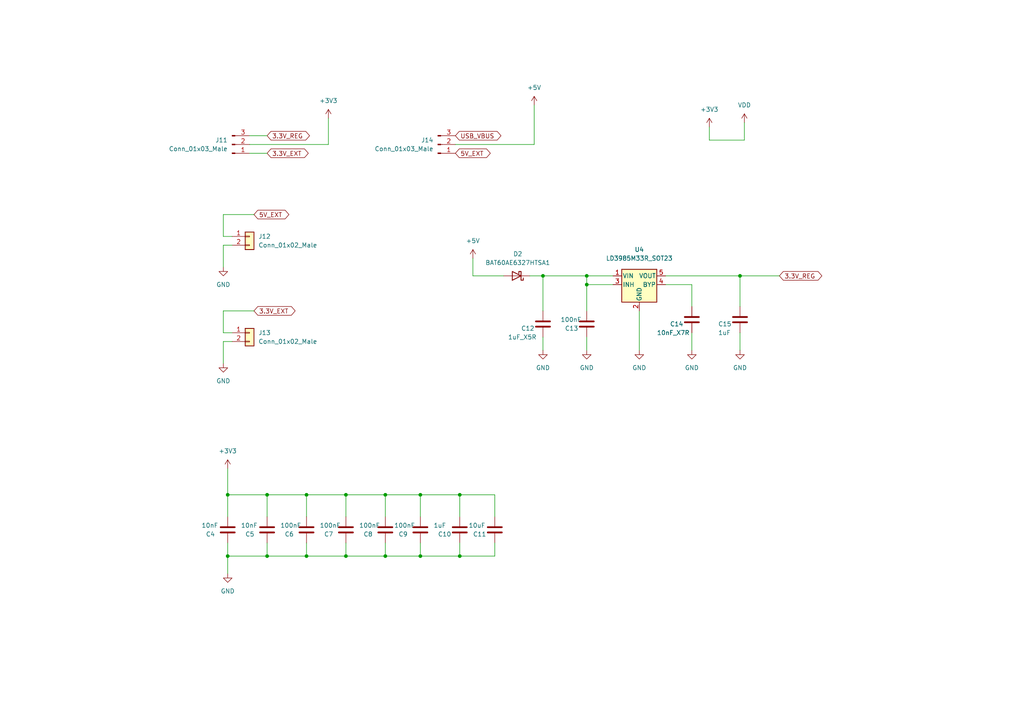
<source format=kicad_sch>
(kicad_sch (version 20230121) (generator eeschema)
  (paper "A4")
  (title_block (title "Crane V2.0 Rev A"))
  (lib_symbols
    (symbol "Connector:Conn_01x03_Male" (pin_names (offset 1.016) hide)
      (property "Reference" "J" (at 0 5.08 0))
      (property "Value" "Conn_01x03_Male" (at 0 -5.08 0))
      (symbol "Conn_01x03_Male_1_1"
        (polyline (pts (xy 1.27 -2.54) (xy 0.8636 -2.54)) (stroke (width 0.1524)))
        (polyline (pts (xy 1.27 0) (xy 0.8636 0)) (stroke (width 0.1524)))
        (polyline (pts (xy 1.27 2.54) (xy 0.8636 2.54)) (stroke (width 0.1524)))
        (rectangle (start 0.8636 -2.413) (end 0 -2.667) (stroke (width 0.1524)) (fill (type outline)))
        (rectangle (start 0.8636 0.127) (end 0 -0.127) (stroke (width 0.1524)) (fill (type outline)))
        (rectangle (start 0.8636 2.667) (end 0 2.413) (stroke (width 0.1524)) (fill (type outline)))
        (pin passive line (at 5.08 2.54 180) (length 3.81) (name "Pin_1") (number "1"))
        (pin passive line (at 5.08 0 180) (length 3.81) (name "Pin_2") (number "2"))
        (pin passive line (at 5.08 -2.54 180) (length 3.81) (name "Pin_3") (number "3"))
      )
    )
    (symbol "Connector_Generic:Conn_01x02" (pin_names (offset 1.016) hide)
      (property "Reference" "J" (at 0 2.54 0))
      (property "Value" "Conn_01x02" (at 0 -5.08 0))
      (symbol "Conn_01x02_1_1"
        (rectangle (start -1.27 -2.413) (end 0 -2.667) (stroke (width 0.1524)))
        (rectangle (start -1.27 0.127) (end 0 -0.127) (stroke (width 0.1524)))
        (rectangle (start -1.27 1.27) (end 1.27 -3.81) (stroke (width 0.254)) (fill (type background)))
        (pin passive line (at -5.08 0 0) (length 3.81) (name "Pin_1") (number "1"))
        (pin passive line (at -5.08 -2.54 0) (length 3.81) (name "Pin_2") (number "2"))
      )
    )
    (symbol "Device:C" (pin_numbers hide) (pin_names (offset 0.254))
      (property "Reference" "C" (at 0.635 2.54 0))
      (property "Value" "C" (at 0.635 -2.54 0))
      (symbol "C_0_1"
        (polyline (pts (xy -2.032 -0.762) (xy 2.032 -0.762)) (stroke (width 0.508)))
        (polyline (pts (xy -2.032 0.762) (xy 2.032 0.762)) (stroke (width 0.508)))
      )
      (symbol "C_1_1"
        (pin passive line (at 0 3.81 270) (length 2.794) (name "~") (number "1"))
        (pin passive line (at 0 -3.81 90) (length 2.794) (name "~") (number "2"))
      )
    )
    (symbol "Diode:BAT60A" (pin_numbers hide) (pin_names (offset 1.016) hide)
      (property "Reference" "D" (at 0 2.54 0))
      (property "Value" "BAT60A" (at 0 -2.54 0))
      (symbol "BAT60A_0_1"
        (polyline (pts (xy 1.27 0) (xy -1.27 0)))
        (polyline (pts (xy 1.27 1.27) (xy 1.27 -1.27) (xy -1.27 0) (xy 1.27 1.27)) (stroke (width 0.254)))
        (polyline (pts (xy -1.905 0.635) (xy -1.905 1.27) (xy -1.27 1.27) (xy -1.27 -1.27) (xy -0.635 -1.27) (xy -0.635 -0.635)) (stroke (width 0.254)))
      )
      (symbol "BAT60A_1_1"
        (pin passive line (at -3.81 0 0) (length 2.54) (name "K") (number "1"))
        (pin passive line (at 3.81 0 180) (length 2.54) (name "A") (number "2"))
      )
    )
    (symbol "Regulator_Linear:LD3985M33R_SOT23" (pin_names (offset 0.254))
      (property "Reference" "U" (at -3.81 5.715 0))
      (property "Value" "LD3985M33R_SOT23" (at 0 5.715 0))
      (symbol "LD3985M33R_SOT23_0_1"
        (rectangle (start -5.08 4.445) (end 5.08 -5.08) (stroke (width 0.254)) (fill (type background)))
      )
      (symbol "LD3985M33R_SOT23_1_1"
        (pin power_in line (at -7.62 2.54 0) (length 2.54) (name "VIN") (number "1"))
        (pin power_in line (at 0 -7.62 90) (length 2.54) (name "GND") (number "2"))
        (pin input line (at -7.62 0 0) (length 2.54) (name "INH") (number "3"))
        (pin input line (at 7.62 0 180) (length 2.54) (name "BYP") (number "4"))
        (pin power_out line (at 7.62 2.54 180) (length 2.54) (name "VOUT") (number "5"))
      )
    )
    (symbol "power:+3.3V" (power) (pin_names (offset 0))
      (property "Value" "+3.3V" (at 0 3.556 0))
      (symbol "+3.3V_0_1"
        (polyline (pts (xy -0.762 1.27) (xy 0 2.54)))
        (polyline (pts (xy 0 0) (xy 0 2.54)))
        (polyline (pts (xy 0 2.54) (xy 0.762 1.27)))
      )
      (symbol "+3.3V_1_1"
        (pin power_in line (at 0 0 90) (length 0) hide (name "+3V3") (number "1"))
      )
    )
    (symbol "power:+5V" (power) (pin_names (offset 0))
      (property "Value" "+5V" (at 0 3.556 0))
      (symbol "+5V_0_1"
        (polyline (pts (xy -0.762 1.27) (xy 0 2.54)))
        (polyline (pts (xy 0 0) (xy 0 2.54)))
        (polyline (pts (xy 0 2.54) (xy 0.762 1.27)))
      )
      (symbol "+5V_1_1"
        (pin power_in line (at 0 0 90) (length 0) hide (name "+5V") (number "1"))
      )
    )
    (symbol "power:GND" (power) (pin_names (offset 0))
      (property "Value" "GND" (at 0 -3.81 0))
      (symbol "GND_0_1"
        (polyline (pts (xy 0 0) (xy 0 -1.27) (xy 1.27 -1.27) (xy 0 -2.54) (xy -1.27 -1.27) (xy 0 -1.27)))
      )
      (symbol "GND_1_1"
        (pin power_in line (at 0 0 270) (length 0) hide (name "GND") (number "1"))
      )
    )
    (symbol "power:VDD" (power) (pin_names (offset 0))
      (property "Value" "VDD" (at 0 3.81 0))
      (symbol "VDD_0_1"
        (polyline (pts (xy -0.762 1.27) (xy 0 2.54)))
        (polyline (pts (xy 0 0) (xy 0 2.54)))
        (polyline (pts (xy 0 2.54) (xy 0.762 1.27)))
      )
      (symbol "VDD_1_1"
        (pin power_in line (at 0 0 90) (length 0) hide (name "VDD") (number "1"))
      )
    )
  )
  (junction (at 133.35 161.29))
  (junction (at 88.9 143.51))
  (junction (at 111.76 143.51))
  (junction (at 170.18 80.01))
  (junction (at 121.92 161.29))
  (junction (at 100.33 161.29))
  (junction (at 111.76 161.29))
  (junction (at 66.04 143.51))
  (junction (at 66.04 161.29))
  (junction (at 214.63 80.01))
  (junction (at 88.9 161.29))
  (junction (at 157.48 80.01))
  (junction (at 170.18 82.55))
  (junction (at 100.33 143.51))
  (junction (at 77.47 143.51))
  (junction (at 133.35 143.51))
  (junction (at 77.47 161.29))
  (junction (at 121.92 143.51))
  (wire (pts (xy 66.04 143.51) (xy 77.47 143.51)))
  (wire (pts (xy 64.77 68.58) (xy 64.77 62.23)))
  (wire (pts (xy 133.35 143.51) (xy 133.35 149.86)))
  (wire (pts (xy 214.63 88.9) (xy 214.63 80.01)))
  (wire (pts (xy 77.47 161.29) (xy 88.9 161.29)))
  (wire (pts (xy 66.04 161.29) (xy 66.04 166.37)))
  (wire (pts (xy 64.77 62.23) (xy 73.66 62.23)))
  (wire (pts (xy 215.9 40.64) (xy 215.9 35.56)))
  (wire (pts (xy 193.04 82.55) (xy 200.66 82.55)))
  (wire (pts (xy 170.18 97.79) (xy 170.18 101.6)))
  (wire (pts (xy 133.35 161.29) (xy 143.51 161.29)))
  (wire (pts (xy 95.25 41.91) (xy 95.25 34.29)))
  (wire (pts (xy 100.33 143.51) (xy 100.33 149.86)))
  (wire (pts (xy 111.76 143.51) (xy 111.76 149.86)))
  (wire (pts (xy 100.33 143.51) (xy 111.76 143.51)))
  (wire (pts (xy 121.92 143.51) (xy 121.92 149.86)))
  (wire (pts (xy 154.94 30.48) (xy 154.94 41.91)))
  (wire (pts (xy 157.48 80.01) (xy 170.18 80.01)))
  (wire (pts (xy 67.31 96.52) (xy 64.77 96.52)))
  (wire (pts (xy 77.47 143.51) (xy 88.9 143.51)))
  (wire (pts (xy 137.16 74.93) (xy 137.16 80.01)))
  (wire (pts (xy 66.04 157.48) (xy 66.04 161.29)))
  (wire (pts (xy 133.35 157.48) (xy 133.35 161.29)))
  (wire (pts (xy 121.92 161.29) (xy 133.35 161.29)))
  (wire (pts (xy 132.08 41.91) (xy 154.94 41.91)))
  (wire (pts (xy 66.04 149.86) (xy 66.04 143.51)))
  (wire (pts (xy 66.04 135.89) (xy 66.04 143.51)))
  (wire (pts (xy 77.47 143.51) (xy 77.47 149.86)))
  (wire (pts (xy 214.63 96.52) (xy 214.63 101.6)))
  (wire (pts (xy 185.42 90.17) (xy 185.42 101.6)))
  (wire (pts (xy 214.63 80.01) (xy 193.04 80.01)))
  (wire (pts (xy 100.33 161.29) (xy 111.76 161.29)))
  (wire (pts (xy 67.31 68.58) (xy 64.77 68.58)))
  (wire (pts (xy 137.16 80.01) (xy 146.05 80.01)))
  (wire (pts (xy 111.76 143.51) (xy 121.92 143.51)))
  (wire (pts (xy 72.39 39.37) (xy 77.47 39.37)))
  (wire (pts (xy 143.51 161.29) (xy 143.51 157.48)))
  (wire (pts (xy 133.35 143.51) (xy 143.51 143.51)))
  (wire (pts (xy 77.47 157.48) (xy 77.47 161.29)))
  (wire (pts (xy 177.8 80.01) (xy 170.18 80.01)))
  (wire (pts (xy 111.76 157.48) (xy 111.76 161.29)))
  (wire (pts (xy 200.66 82.55) (xy 200.66 88.9)))
  (wire (pts (xy 88.9 157.48) (xy 88.9 161.29)))
  (wire (pts (xy 170.18 90.17) (xy 170.18 82.55)))
  (wire (pts (xy 88.9 143.51) (xy 100.33 143.51)))
  (wire (pts (xy 72.39 41.91) (xy 95.25 41.91)))
  (wire (pts (xy 88.9 161.29) (xy 100.33 161.29)))
  (wire (pts (xy 205.74 40.64) (xy 215.9 40.64)))
  (wire (pts (xy 143.51 143.51) (xy 143.51 149.86)))
  (wire (pts (xy 121.92 143.51) (xy 133.35 143.51)))
  (wire (pts (xy 214.63 80.01) (xy 226.06 80.01)))
  (wire (pts (xy 170.18 80.01) (xy 170.18 82.55)))
  (wire (pts (xy 153.67 80.01) (xy 157.48 80.01)))
  (wire (pts (xy 66.04 161.29) (xy 77.47 161.29)))
  (wire (pts (xy 157.48 90.17) (xy 157.48 80.01)))
  (wire (pts (xy 100.33 157.48) (xy 100.33 161.29)))
  (wire (pts (xy 67.31 71.12) (xy 64.77 71.12)))
  (wire (pts (xy 121.92 161.29) (xy 121.92 157.48)))
  (wire (pts (xy 170.18 82.55) (xy 177.8 82.55)))
  (wire (pts (xy 200.66 96.52) (xy 200.66 101.6)))
  (wire (pts (xy 64.77 96.52) (xy 64.77 90.17)))
  (wire (pts (xy 72.39 44.45) (xy 77.47 44.45)))
  (wire (pts (xy 157.48 97.79) (xy 157.48 101.6)))
  (wire (pts (xy 64.77 90.17) (xy 73.66 90.17)))
  (wire (pts (xy 111.76 161.29) (xy 121.92 161.29)))
  (wire (pts (xy 64.77 99.06) (xy 64.77 105.41)))
  (wire (pts (xy 205.74 36.83) (xy 205.74 40.64)))
  (wire (pts (xy 67.31 99.06) (xy 64.77 99.06)))
  (wire (pts (xy 88.9 149.86) (xy 88.9 143.51)))
  (wire (pts (xy 64.77 71.12) (xy 64.77 77.47)))
  (global_label "5V_EXT" (shape bidirectional) (at 73.66 62.23 0) (property "Intersheetrefs" "${INTERSHEET_REFS}" (effects hide)))
  (global_label "5V_EXT" (shape bidirectional) (at 132.08 44.45 0) (property "Intersheetrefs" "${INTERSHEET_REFS}" (effects hide)))
  (global_label "USB_VBUS" (shape bidirectional) (at 132.08 39.37 0) (property "Intersheetrefs" "${INTERSHEET_REFS}" (effects hide)))
  (global_label "3.3V_REG" (shape bidirectional) (at 77.47 39.37 0) (property "Intersheetrefs" "${INTERSHEET_REFS}" (effects hide)))
  (global_label "3.3V_EXT" (shape bidirectional) (at 77.47 44.45 0) (property "Intersheetrefs" "${INTERSHEET_REFS}" (effects hide)))
  (global_label "3.3V_REG" (shape bidirectional) (at 226.06 80.01 0) (property "Intersheetrefs" "${INTERSHEET_REFS}" (effects hide)))
  (global_label "3.3V_EXT" (shape bidirectional) (at 73.66 90.17 0) (property "Intersheetrefs" "${INTERSHEET_REFS}" (effects hide)))
  (symbol (lib_id "power:GND") (at 185.42 101.6 0) (unit 1)
    (property "Reference" "#PWR016" (effects hide))
    (property "Value" "GND" (at 185.42 106.68 0))
    (instances (project "hoatzin" (path "" (reference "#PWR016") (unit 1))) (project "crane" (path "" (reference "#PWR021") (unit 1))))
  )
  (symbol (lib_id "Diode:BAT60A") (at 149.86 80.01 180) (unit 1)
    (property "Reference" "D2" (at 150.1775 73.66 0))
    (property "Value" "BAT60AE6327HTSA1" (at 150.1775 76.2 0))
    (property "Footprint" "Diode_SMD:D_SOD-323" (effects hide))
    (property "Datasheet" "https://www.infineon.com/dgdl/bat60aseries.pdf?folderId=db3a304313d846880113def5812204a1&fileId=db3a304313d846880113def70c9304a9" (effects hide))
    (property "Description" "600μA@8V 10V Single 3A 300mV@1A SOD-323 Schottky Barrier Diodes (SBD) ROHS" (effects hide))
    (property "MANUFACTURER" "Infineon Technologies" (effects hide))
    (property "Manufacturer_Name" "Infineon Technologies" (effects hide))
    (property "Manufacturer_Part_Number" "BAT60AE6327HTSA1" (effects hide))
    (property "Digi-Key Part Number" "BAT60AE6327HTSA1CT-ND" (effects hide))
    (instances (project "hoatzin" (path "" (reference "D2") (unit 1))) (project "crane" (path "" (reference "D13") (unit 1))))
  )
  (symbol (lib_id "Device:C") (at 170.18 93.98 0) (mirror x) (unit 1)
    (property "Reference" "C13" (at 163.83 95.25 0) (effects (justify left)))
    (property "Value" "100nF" (at 162.56 92.71 0) (effects (justify left)))
    (property "Footprint" "Capacitor_SMD:C_0805_2012Metric" (effects hide))
    (property "Datasheet" "https://datasheet.lcsc.com/lcsc/1810191215_Samsung-Electro-Mechanics-CL21B104KBCNNNC_C1711.pdf" (effects hide))
    (property "Description" "50V 100nF X7R ±10% 0805 Multilayer Ceramic Capacitors MLCC - SMD/SMT ROHS" (effects hide))
    (property "MANUFACTURER" "Samsung" (effects hide))
    (property "Manufacturer_Name" "Samsung" (effects hide))
    (property "Manufacturer_Part_Number" "CL21B104KBCNNNC" (effects hide))
    (property "LCSC" "C1711" (effects hide))
    (property "Digi-Key Part Number" "1276-1003-1-ND" (effects hide))
  )
  (symbol (lib_id "Device:C") (at 157.48 93.98 0) (mirror x) (unit 1)
    (property "Reference" "C12" (at 151.13 95.25 0) (effects (justify left)))
    (property "Value" "1uF_X5R" (at 147.32 97.79 0) (effects (justify left)))
    (property "Footprint" "Capacitor_SMD:C_0805_2012Metric" (effects hide))
    (property "Datasheet" "https://s3.amazonaws.com/snapeda/datasheet/CL21A105KBCLNNC_Samsung.pdf" (effects hide))
    (property "Description" "1 µF ±10% 50V Ceramic Capacitor X5R 0805 (2012 Metric)" (effects hide))
    (property "MANUFACTURER" "Samsung" (effects hide))
    (property "Manufacturer_Name" "Samsung" (effects hide))
    (property "Manufacturer_Part_Number" "CL21A105KBCLNNC" (effects hide))
    (property "LCSC" "C318694" (effects hide))
    (property "Digi-Key Part Number" "1276-2396-1-ND" (effects hide))
  )
  (symbol (lib_id "Connector_Generic:Conn_01x02") (at 72.39 96.52 0) (unit 1)
    (property "Reference" "J13" (at 74.93 96.5199 0) (effects (justify left)))
    (property "Value" "Conn_01x02_Male" (at 74.93 99.0599 0) (effects (justify left)))
    (property "Footprint" "Connector_PinHeader_2.54mm:PinHeader_1x02_P2.54mm_Horizontal" (effects hide))
    (property "Datasheet" "https://www.snapeda.com/parts/TSW-102-14-TM-S/Samtec/datasheet/" (effects hide))
    (property "Description" "Connector Header Through Hole 2 position 0.100\" (2.54mm)" (effects hide))
    (property "MANUFACTURER" "Samtec" (effects hide))
    (property "Manufacturer_Name" "Samtec" (effects hide))
    (property "Manufacturer_Part_Number" "TSW-102-14-TM-S" (effects hide))
    (property "Digi-Key Part Number" "HTSW-102-14-TM-S-ND" (effects hide))
    (instances (project "hoatzin" (path "" (reference "J13") (unit 1))) (project "crane" (path "" (reference "J5") (unit 1))))
  )
  (symbol (lib_id "Device:C") (at 77.47 153.67 0) (mirror x) (unit 1)
    (property "Reference" "C5" (at 71.12 154.94 0) (effects (justify left)))
    (property "Value" "10nF" (at 69.85 152.4 0) (effects (justify left)))
    (property "Footprint" "Capacitor_SMD:C_0805_2012Metric" (effects hide))
    (property "Datasheet" "https://s3.amazonaws.com/snapeda/datasheet/CL21B103KBANNNC_Samsung.pdf" (effects hide))
    (property "Description" "10000 pF ±10% 50V Ceramic Capacitor X7R 0805 (2012 Metric)" (effects hide))
    (property "MANUFACTURER" "Samsung" (effects hide))
    (property "Manufacturer_Name" "Samsung" (effects hide))
    (property "Manufacturer_Part_Number" "CL21B103KBANNNC" (effects hide))
    (property "LCSC" "C1710" (effects hide))
    (property "Digi-Key Part Number" "1276-1015-1-ND" (effects hide))
  )
  (symbol (lib_id "Device:C") (at 200.66 92.71 0) (mirror x) (unit 1)
    (property "Reference" "C14" (at 194.31 93.98 0) (effects (justify left)))
    (property "Value" "10nF_X7R" (at 190.5 96.52 0) (effects (justify left)))
    (property "Footprint" "Capacitor_SMD:C_0805_2012Metric" (effects hide))
    (property "Datasheet" "https://s3.amazonaws.com/snapeda/datasheet/CL21B103KBANNNC_Samsung.pdf" (effects hide))
    (property "Description" "10000 pF ±10% 50V Ceramic Capacitor X7R 0805 (2012 Metric)" (effects hide))
    (property "MANUFACTURER" "Samsung" (effects hide))
    (property "Manufacturer_Name" "Samsung" (effects hide))
    (property "Manufacturer_Part_Number" "CL21B103KBANNNC" (effects hide))
    (property "LCSC" "C1710" (effects hide))
    (property "Digi-Key Part Number" "1276-1015-1-ND" (effects hide))
  )
  (symbol (lib_id "power:+3.3V") (at 205.74 36.83 0) (unit 1)
    (property "Reference" "#PWR0130" (effects hide))
    (property "Value" "+3.3V" (at 205.74 31.75 0))
    (instances (project "hoatzin" (path "" (reference "#PWR0130") (unit 1))) (project "crane" (path "" (reference "#PWR023") (unit 1))))
  )
  (symbol (lib_id "Connector_Generic:Conn_01x02") (at 72.39 68.58 0) (unit 1)
    (property "Reference" "J12" (at 74.93 68.5799 0) (effects (justify left)))
    (property "Value" "Conn_01x02_Male" (at 74.93 71.1199 0) (effects (justify left)))
    (property "Footprint" "Connector_PinHeader_2.54mm:PinHeader_1x02_P2.54mm_Horizontal" (effects hide))
    (property "Datasheet" "https://www.snapeda.com/parts/TSW-102-14-TM-S/Samtec/datasheet/" (effects hide))
    (property "Description" "Connector Header Through Hole 2 position 0.100\" (2.54mm)" (effects hide))
    (property "MANUFACTURER" "Samtec" (effects hide))
    (property "Manufacturer_Name" "Samtec" (effects hide))
    (property "Manufacturer_Part_Number" "TSW-102-14-TM-S" (effects hide))
    (property "Digi-Key Part Number" "HTSW-102-14-TM-S-ND" (effects hide))
    (instances (project "hoatzin" (path "" (reference "J12") (unit 1))) (project "crane" (path "" (reference "J4") (unit 1))))
  )
  (symbol (lib_id "power:+3.3V") (at 66.04 135.89 0) (unit 1)
    (property "Reference" "#PWR0132" (effects hide))
    (property "Value" "+3.3V" (at 66.04 130.81 0))
    (instances (project "hoatzin" (path "" (reference "#PWR0132") (unit 1))) (project "crane" (path "" (reference "#PWR014") (unit 1))))
  )
  (symbol (lib_id "power:GND") (at 64.77 77.47 0) (unit 1)
    (property "Reference" "#PWR07" (effects hide))
    (property "Value" "GND" (at 64.77 82.55 0))
    (instances (project "hoatzin" (path "" (reference "#PWR07") (unit 1))) (project "crane" (path "" (reference "#PWR09") (unit 1))))
  )
  (symbol (lib_id "Regulator_Linear:LD3985M33R_SOT23") (at 185.42 82.55 0) (unit 1)
    (property "Reference" "U4" (at 185.42 72.39 0))
    (property "Value" "LD3985M33R_SOT23" (at 185.42 74.93 0))
    (property "Footprint" "Package_TO_SOT_SMD:SOT-23-5" (effects hide))
    (property "Datasheet" "http://www.st.com/internet/com/TECHNICAL_RESOURCES/TECHNICAL_LITERATURE/DATASHEET/CD00003395.pdf" (effects hide))
    (property "Description" "IC REG LINEAR 3.3V 150MA SOT23-5" (effects hide))
    (property "MANUFACTURER" "STMicroelectronics" (effects hide))
    (property "Manufacturer_Name" "STMicroelectronics" (effects hide))
    (property "Manufacturer_Part_Number" "LD3985M33R" (effects hide))
    (property "LCSC" "C46243" (effects hide))
    (property "Digi-Key Part Number" "497-3504-1-ND" (effects hide))
    (instances (project "hoatzin" (path "" (reference "U4") (unit 1))) (project "crane" (path "" (reference "U3") (unit 1))))
  )
  (symbol (lib_id "Device:C") (at 143.51 153.67 0) (mirror x) (unit 1)
    (property "Reference" "C11" (at 137.16 154.94 0) (effects (justify left)))
    (property "Value" "10uF" (at 135.89 152.4 0) (effects (justify left)))
    (property "Footprint" "Capacitor_SMD:C_0805_2012Metric" (effects hide))
    (property "Datasheet" "https://s3.amazonaws.com/snapeda/datasheet/CL21A106KOQNNNG_Samsung_Electro-Mechanics.pdf" (effects hide))
    (property "Description" "10 µF ±10% 16V Ceramic Capacitor X5R 0805 (2012 Metric)" (effects hide))
    (property "MANUFACTURER" "Samsung" (effects hide))
    (property "Manufacturer_Name" "Samsung" (effects hide))
    (property "Manufacturer_Part_Number" "CL21A106KOQNNNG" (effects hide))
    (property "LCSC" "C307520" (effects hide))
    (property "Digi-Key Part Number" "1276-6455-1-ND" (effects hide))
  )
  (symbol (lib_id "Device:C") (at 111.76 153.67 0) (mirror x) (unit 1)
    (property "Reference" "C8" (at 105.41 154.94 0) (effects (justify left)))
    (property "Value" "100nF" (at 104.14 152.4 0) (effects (justify left)))
    (property "Footprint" "Capacitor_SMD:C_0805_2012Metric" (effects hide))
    (property "Datasheet" "https://datasheet.lcsc.com/lcsc/1810191215_Samsung-Electro-Mechanics-CL21B104KBCNNNC_C1711.pdf" (effects hide))
    (property "Description" "50V 100nF X7R ±10% 0805 Multilayer Ceramic Capacitors MLCC - SMD/SMT ROHS" (effects hide))
    (property "MANUFACTURER" "Samsung" (effects hide))
    (property "Manufacturer_Name" "Samsung" (effects hide))
    (property "Manufacturer_Part_Number" "CL21B104KBCNNNC" (effects hide))
    (property "LCSC" "C1711" (effects hide))
    (property "Digi-Key Part Number" "1276-1003-1-ND" (effects hide))
  )
  (symbol (lib_id "power:GND") (at 64.77 105.41 0) (unit 1)
    (property "Reference" "#PWR08" (effects hide))
    (property "Value" "GND" (at 64.77 110.49 0))
    (instances (project "hoatzin" (path "" (reference "#PWR08") (unit 1))) (project "crane" (path "" (reference "#PWR013") (unit 1))))
  )
  (symbol (lib_id "Device:C") (at 88.9 153.67 0) (mirror x) (unit 1)
    (property "Reference" "C6" (at 82.55 154.94 0) (effects (justify left)))
    (property "Value" "100nF" (at 81.28 152.4 0) (effects (justify left)))
    (property "Footprint" "Capacitor_SMD:C_0805_2012Metric" (effects hide))
    (property "Datasheet" "https://datasheet.lcsc.com/lcsc/1810191215_Samsung-Electro-Mechanics-CL21B104KBCNNNC_C1711.pdf" (effects hide))
    (property "Description" "50V 100nF X7R ±10% 0805 Multilayer Ceramic Capacitors MLCC - SMD/SMT ROHS" (effects hide))
    (property "MANUFACTURER" "Samsung" (effects hide))
    (property "Manufacturer_Name" "Samsung" (effects hide))
    (property "Manufacturer_Part_Number" "CL21B104KBCNNNC" (effects hide))
    (property "LCSC" "C1711" (effects hide))
    (property "Digi-Key Part Number" "1276-1003-1-ND" (effects hide))
  )
  (symbol (lib_id "power:+5V") (at 154.94 30.48 0) (unit 1)
    (property "Reference" "#PWR013" (effects hide))
    (property "Value" "+5V" (at 154.94 25.4 0))
    (instances (project "hoatzin" (path "" (reference "#PWR013") (unit 1))) (project "crane" (path "" (reference "#PWR018") (unit 1))))
  )
  (symbol (lib_id "Connector:Conn_01x03_Male") (at 127 41.91 0) (mirror x) (unit 1)
    (property "Reference" "J14" (at 125.73 40.6399 0) (effects (justify right)))
    (property "Value" "Conn_01x03_Male" (at 125.73 43.1799 0) (effects (justify right)))
    (property "Footprint" "Connector_PinHeader_2.54mm:PinHeader_1x03_P2.54mm_Vertical" (effects hide))
    (property "Datasheet" "https://www.snapeda.com/parts/TSW-103-14-TM-S/Samtec/datasheet/" (effects hide))
    (property "Description" "Connector Header Through Hole 4 position 0.100\" (2.54mm)" (effects hide))
    (property "MANUFACTURER" "Samtec" (effects hide))
    (property "Manufacturer_Name" "Samtec" (effects hide))
    (property "Manufacturer_Part_Number" "TSW-103-14-TM-S" (effects hide))
    (property "Digi-Key Part Number" "HTSW-103-14-TM-S-ND" (effects hide))
    (instances (project "hoatzin" (path "" (reference "J14") (unit 1))) (project "crane" (path "" (reference "J6") (unit 1))))
  )
  (symbol (lib_id "power:GND") (at 200.66 101.6 0) (unit 1)
    (property "Reference" "#PWR017" (effects hide))
    (property "Value" "GND" (at 200.66 106.68 0))
    (instances (project "hoatzin" (path "" (reference "#PWR017") (unit 1))) (project "crane" (path "" (reference "#PWR022") (unit 1))))
  )
  (symbol (lib_id "Device:C") (at 121.92 153.67 0) (mirror x) (unit 1)
    (property "Reference" "C9" (at 115.57 154.94 0) (effects (justify left)))
    (property "Value" "100nF" (at 114.3 152.4 0) (effects (justify left)))
    (property "Footprint" "Capacitor_SMD:C_0805_2012Metric" (effects hide))
    (property "Datasheet" "https://datasheet.lcsc.com/lcsc/1810191215_Samsung-Electro-Mechanics-CL21B104KBCNNNC_C1711.pdf" (effects hide))
    (property "Description" "50V 100nF X7R ±10% 0805 Multilayer Ceramic Capacitors MLCC - SMD/SMT ROHS" (effects hide))
    (property "MANUFACTURER" "Samsung" (effects hide))
    (property "Manufacturer_Name" "Samsung" (effects hide))
    (property "Manufacturer_Part_Number" "CL21B104KBCNNNC" (effects hide))
    (property "LCSC" "C1711" (effects hide))
    (property "Digi-Key Part Number" "1276-1003-1-ND" (effects hide))
  )
  (symbol (lib_id "power:+3.3V") (at 95.25 34.29 0) (unit 1)
    (property "Reference" "#PWR011" (effects hide))
    (property "Value" "+3.3V" (at 95.25 29.21 0))
    (instances (project "hoatzin" (path "" (reference "#PWR011") (unit 1))) (project "crane" (path "" (reference "#PWR016") (unit 1))))
  )
  (symbol (lib_id "power:VDD") (at 215.9 35.56 0) (unit 1)
    (property "Reference" "#PWR0131" (effects hide))
    (property "Value" "VDD" (at 215.9 30.48 0))
    (instances (project "hoatzin" (path "" (reference "#PWR0131") (unit 1))) (project "crane" (path "" (reference "#PWR025") (unit 1))))
  )
  (symbol (lib_id "Device:C") (at 133.35 153.67 0) (mirror x) (unit 1)
    (property "Reference" "C10" (at 127 154.94 0) (effects (justify left)))
    (property "Value" "1uF" (at 125.73 152.4 0) (effects (justify left)))
    (property "Footprint" "Capacitor_SMD:C_0805_2012Metric" (effects hide))
    (property "Datasheet" "https://s3.amazonaws.com/snapeda/datasheet/CL21A105KBCLNNC_Samsung.pdf" (effects hide))
    (property "Description" "1 µF ±10% 50V Ceramic Capacitor X5R 0805 (2012 Metric)" (effects hide))
    (property "MANUFACTURER" "Samsung" (effects hide))
    (property "Manufacturer_Name" "Samsung" (effects hide))
    (property "Manufacturer_Part_Number" "CL21A105KBCLNNC" (effects hide))
    (property "LCSC" "C318694" (effects hide))
    (property "Digi-Key Part Number" "1276-2396-1-ND" (effects hide))
  )
  (symbol (lib_id "power:GND") (at 170.18 101.6 0) (unit 1)
    (property "Reference" "#PWR015" (effects hide))
    (property "Value" "GND" (at 170.18 106.68 0))
    (instances (project "hoatzin" (path "" (reference "#PWR015") (unit 1))) (project "crane" (path "" (reference "#PWR020") (unit 1))))
  )
  (symbol (lib_id "Device:C") (at 100.33 153.67 0) (mirror x) (unit 1)
    (property "Reference" "C7" (at 93.98 154.94 0) (effects (justify left)))
    (property "Value" "100nF" (at 92.71 152.4 0) (effects (justify left)))
    (property "Footprint" "Capacitor_SMD:C_0805_2012Metric" (effects hide))
    (property "Datasheet" "https://datasheet.lcsc.com/lcsc/1810191215_Samsung-Electro-Mechanics-CL21B104KBCNNNC_C1711.pdf" (effects hide))
    (property "Description" "50V 100nF X7R ±10% 0805 Multilayer Ceramic Capacitors MLCC - SMD/SMT ROHS" (effects hide))
    (property "MANUFACTURER" "Samsung" (effects hide))
    (property "Manufacturer_Name" "Samsung" (effects hide))
    (property "Manufacturer_Part_Number" "CL21B104KBCNNNC" (effects hide))
    (property "LCSC" "C1711" (effects hide))
    (property "Digi-Key Part Number" "1276-1003-1-ND" (effects hide))
  )
  (symbol (lib_id "Device:C") (at 214.63 92.71 0) (mirror x) (unit 1)
    (property "Reference" "C15" (at 208.28 93.98 0) (effects (justify left)))
    (property "Value" "1uF" (at 208.28 96.52 0) (effects (justify left)))
    (property "Footprint" "Capacitor_SMD:C_0805_2012Metric" (effects hide))
    (property "Datasheet" "https://s3.amazonaws.com/snapeda/datasheet/CL21A105KBCLNNC_Samsung.pdf" (effects hide))
    (property "Description" "1 µF ±10% 50V Ceramic Capacitor X5R 0805 (2012 Metric)" (effects hide))
    (property "MANUFACTURER" "Samsung" (effects hide))
    (property "Manufacturer_Name" "Samsung" (effects hide))
    (property "Manufacturer_Part_Number" "CL21A105KBCLNNC" (effects hide))
    (property "LCSC" "C318694" (effects hide))
    (property "Digi-Key Part Number" "1276-2396-1-ND" (effects hide))
  )
  (symbol (lib_id "Device:C") (at 66.04 153.67 0) (mirror x) (unit 1)
    (property "Reference" "C4" (at 59.69 154.94 0) (effects (justify left)))
    (property "Value" "10nF" (at 58.42 152.4 0) (effects (justify left)))
    (property "Footprint" "Capacitor_SMD:C_0805_2012Metric" (effects hide))
    (property "Datasheet" "https://s3.amazonaws.com/snapeda/datasheet/CL21B103KBANNNC_Samsung.pdf" (effects hide))
    (property "Description" "10000 pF ±10% 50V Ceramic Capacitor X7R 0805 (2012 Metric)" (effects hide))
    (property "MANUFACTURER" "Samsung" (effects hide))
    (property "Manufacturer_Name" "Samsung" (effects hide))
    (property "Manufacturer_Part_Number" "CL21B103KBANNNC" (effects hide))
    (property "LCSC" "C1710" (effects hide))
    (property "Digi-Key Part Number" "1276-1015-1-ND" (effects hide))
  )
  (symbol (lib_id "power:GND") (at 157.48 101.6 0) (unit 1)
    (property "Reference" "#PWR014" (effects hide))
    (property "Value" "GND" (at 157.48 106.68 0))
    (instances (project "hoatzin" (path "" (reference "#PWR014") (unit 1))) (project "crane" (path "" (reference "#PWR019") (unit 1))))
  )
  (symbol (lib_id "power:GND") (at 66.04 166.37 0) (unit 1)
    (property "Reference" "#PWR010" (effects hide))
    (property "Value" "GND" (at 66.04 171.45 0))
    (instances (project "hoatzin" (path "" (reference "#PWR010") (unit 1))) (project "crane" (path "" (reference "#PWR015") (unit 1))))
  )
  (symbol (lib_id "power:+5V") (at 137.16 74.93 0) (unit 1)
    (property "Reference" "#PWR012" (effects hide))
    (property "Value" "+5V" (at 137.16 69.85 0))
    (instances (project "hoatzin" (path "" (reference "#PWR012") (unit 1))) (project "crane" (path "" (reference "#PWR017") (unit 1))))
  )
  (symbol (lib_id "Connector:Conn_01x03_Male") (at 67.31 41.91 0) (mirror x) (unit 1)
    (property "Reference" "J11" (at 66.04 40.6399 0) (effects (justify right)))
    (property "Value" "Conn_01x03_Male" (at 66.04 43.1799 0) (effects (justify right)))
    (property "Footprint" "Connector_PinHeader_2.54mm:PinHeader_1x03_P2.54mm_Vertical" (effects hide))
    (property "Datasheet" "https://www.snapeda.com/parts/TSW-103-14-TM-S/Samtec/datasheet/" (effects hide))
    (property "Description" "Connector Header Through Hole 4 position 0.100\" (2.54mm)" (effects hide))
    (property "MANUFACTURER" "Samtec" (effects hide))
    (property "Manufacturer_Name" "Samtec" (effects hide))
    (property "Manufacturer_Part_Number" "TSW-103-14-TM-S" (effects hide))
    (property "Digi-Key Part Number" "HTSW-103-14-TM-S-ND" (effects hide))
    (instances (project "hoatzin" (path "" (reference "J11") (unit 1))) (project "crane" (path "" (reference "J3") (unit 1))))
  )
  (symbol (lib_id "power:GND") (at 214.63 101.6 0) (unit 1)
    (property "Reference" "#PWR018" (effects hide))
    (property "Value" "GND" (at 214.63 106.68 0))
    (instances (project "hoatzin" (path "" (reference "#PWR018") (unit 1))) (project "crane" (path "" (reference "#PWR024") (unit 1))))
  )
)
</source>
